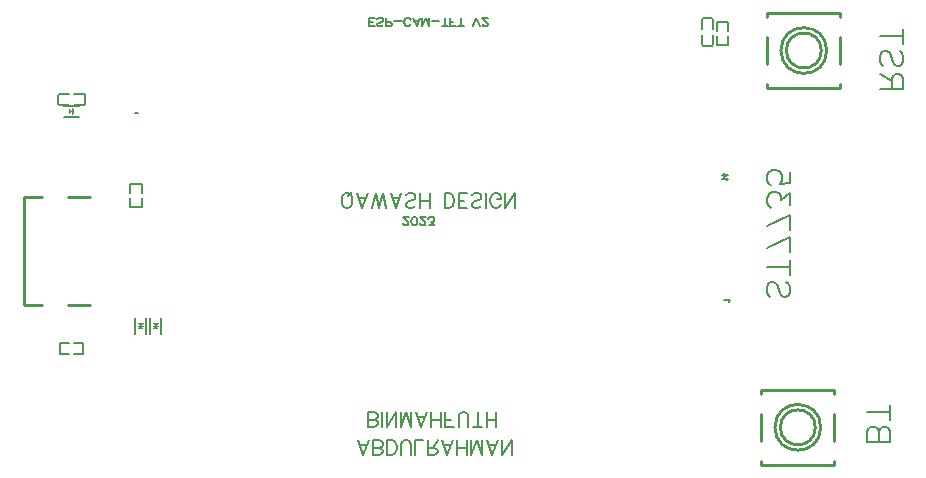
<source format=gbo>
G04 Layer: BottomSilkscreenLayer*
G04 EasyEDA v6.5.23, 2023-05-27 11:47:03*
G04 dba0e08a7a4f4acbaa45d03accf02bcc,0a61cb7f7b51421fbede6d33e3e5ec82,10*
G04 Gerber Generator version 0.2*
G04 Scale: 100 percent, Rotated: No, Reflected: No *
G04 Dimensions in inches *
G04 leading zeros omitted , absolute positions ,3 integer and 6 decimal *
%FSLAX36Y36*%
%MOIN*%

%ADD10C,0.0080*%
%ADD11C,0.0060*%
%ADD12C,0.0100*%
%ADD13C,0.0051*%
%ADD14C,0.0039*%
%ADD15C,0.0110*%

%LPD*%
D10*
X3107727Y1226999D02*
G01*
X3031364Y1226999D01*
X3107727Y1226999D02*
G01*
X3107727Y1259726D01*
X3104090Y1270635D01*
X3100455Y1274272D01*
X3093181Y1277908D01*
X3085909Y1277908D01*
X3078635Y1274272D01*
X3075000Y1270635D01*
X3071364Y1259726D01*
X3071364Y1226999D02*
G01*
X3071364Y1259726D01*
X3067727Y1270635D01*
X3064090Y1274272D01*
X3056818Y1277908D01*
X3045909Y1277908D01*
X3038635Y1274272D01*
X3035000Y1270635D01*
X3031364Y1259726D01*
X3031364Y1226999D01*
X3107727Y1327363D02*
G01*
X3031364Y1327363D01*
X3107727Y1301909D02*
G01*
X3107727Y1352818D01*
X3150726Y2405000D02*
G01*
X3074363Y2405000D01*
X3150726Y2405000D02*
G01*
X3150726Y2437727D01*
X3147091Y2448636D01*
X3143455Y2452273D01*
X3136181Y2455909D01*
X3128909Y2455909D01*
X3121635Y2452273D01*
X3118000Y2448636D01*
X3114363Y2437727D01*
X3114363Y2405000D01*
X3114363Y2430455D02*
G01*
X3074363Y2455909D01*
X3139817Y2530817D02*
G01*
X3147091Y2523544D01*
X3150726Y2512636D01*
X3150726Y2498090D01*
X3147091Y2487181D01*
X3139817Y2479908D01*
X3132545Y2479908D01*
X3125272Y2483544D01*
X3121635Y2487181D01*
X3118000Y2494454D01*
X3110726Y2516273D01*
X3107091Y2523544D01*
X3103455Y2527181D01*
X3096181Y2530817D01*
X3085272Y2530817D01*
X3078000Y2523544D01*
X3074363Y2512636D01*
X3074363Y2498090D01*
X3078000Y2487181D01*
X3085272Y2479908D01*
X3150726Y2580273D02*
G01*
X3074363Y2580273D01*
X3150726Y2554818D02*
G01*
X3150726Y2605727D01*
X1352182Y1185545D02*
G01*
X1333999Y1233272D01*
X1352182Y1185545D02*
G01*
X1370363Y1233272D01*
X1340817Y1217363D02*
G01*
X1363545Y1217363D01*
X1385363Y1185545D02*
G01*
X1385363Y1233272D01*
X1385363Y1185545D02*
G01*
X1405817Y1185545D01*
X1412636Y1187818D01*
X1414908Y1190091D01*
X1417182Y1194636D01*
X1417182Y1199182D01*
X1414908Y1203726D01*
X1412636Y1205999D01*
X1405817Y1208272D01*
X1385363Y1208272D02*
G01*
X1405817Y1208272D01*
X1412636Y1210545D01*
X1414908Y1212818D01*
X1417182Y1217363D01*
X1417182Y1224182D01*
X1414908Y1228726D01*
X1412636Y1230999D01*
X1405817Y1233272D01*
X1385363Y1233272D01*
X1432182Y1185545D02*
G01*
X1432182Y1233272D01*
X1432182Y1185545D02*
G01*
X1448091Y1185545D01*
X1454908Y1187818D01*
X1459454Y1192363D01*
X1461727Y1196909D01*
X1463999Y1203726D01*
X1463999Y1215091D01*
X1461727Y1221909D01*
X1459454Y1226455D01*
X1454908Y1230999D01*
X1448091Y1233272D01*
X1432182Y1233272D01*
X1478999Y1185545D02*
G01*
X1478999Y1219636D01*
X1481273Y1226455D01*
X1485817Y1230999D01*
X1492636Y1233272D01*
X1497182Y1233272D01*
X1503999Y1230999D01*
X1508545Y1226455D01*
X1510817Y1219636D01*
X1510817Y1185545D01*
X1525817Y1185545D02*
G01*
X1525817Y1233272D01*
X1525817Y1233272D02*
G01*
X1553091Y1233272D01*
X1568091Y1185545D02*
G01*
X1568091Y1233272D01*
X1568091Y1185545D02*
G01*
X1588545Y1185545D01*
X1595363Y1187818D01*
X1597636Y1190091D01*
X1599908Y1194636D01*
X1599908Y1199182D01*
X1597636Y1203726D01*
X1595363Y1205999D01*
X1588545Y1208272D01*
X1568091Y1208272D01*
X1583999Y1208272D02*
G01*
X1599908Y1233272D01*
X1633091Y1185545D02*
G01*
X1614908Y1233272D01*
X1633091Y1185545D02*
G01*
X1651273Y1233272D01*
X1621727Y1217363D02*
G01*
X1644454Y1217363D01*
X1666273Y1185545D02*
G01*
X1666273Y1233272D01*
X1698091Y1185545D02*
G01*
X1698091Y1233272D01*
X1666273Y1208272D02*
G01*
X1698091Y1208272D01*
X1713091Y1185545D02*
G01*
X1713091Y1233272D01*
X1713091Y1185545D02*
G01*
X1731273Y1233272D01*
X1749454Y1185545D02*
G01*
X1731273Y1233272D01*
X1749454Y1185545D02*
G01*
X1749454Y1233272D01*
X1782636Y1185545D02*
G01*
X1764454Y1233272D01*
X1782636Y1185545D02*
G01*
X1800817Y1233272D01*
X1771273Y1217363D02*
G01*
X1793999Y1217363D01*
X1815817Y1185545D02*
G01*
X1815817Y1233272D01*
X1815817Y1185545D02*
G01*
X1847636Y1233272D01*
X1847636Y1185545D02*
G01*
X1847636Y1233272D01*
X1368000Y1279544D02*
G01*
X1368000Y1327273D01*
X1368000Y1279544D02*
G01*
X1388455Y1279544D01*
X1395272Y1281817D01*
X1397545Y1284090D01*
X1399817Y1288636D01*
X1399817Y1293182D01*
X1397545Y1297726D01*
X1395272Y1300000D01*
X1388455Y1302273D01*
X1368000Y1302273D02*
G01*
X1388455Y1302273D01*
X1395272Y1304544D01*
X1397545Y1306817D01*
X1399817Y1311363D01*
X1399817Y1318182D01*
X1397545Y1322726D01*
X1395272Y1325000D01*
X1388455Y1327273D01*
X1368000Y1327273D01*
X1414817Y1279544D02*
G01*
X1414817Y1327273D01*
X1429817Y1279544D02*
G01*
X1429817Y1327273D01*
X1429817Y1279544D02*
G01*
X1461635Y1327273D01*
X1461635Y1279544D02*
G01*
X1461635Y1327273D01*
X1476635Y1279544D02*
G01*
X1476635Y1327273D01*
X1476635Y1279544D02*
G01*
X1494817Y1327273D01*
X1513000Y1279544D02*
G01*
X1494817Y1327273D01*
X1513000Y1279544D02*
G01*
X1513000Y1327273D01*
X1546181Y1279544D02*
G01*
X1528000Y1327273D01*
X1546181Y1279544D02*
G01*
X1564363Y1327273D01*
X1534817Y1311363D02*
G01*
X1557545Y1311363D01*
X1579363Y1279544D02*
G01*
X1579363Y1327273D01*
X1611181Y1279544D02*
G01*
X1611181Y1327273D01*
X1579363Y1302273D02*
G01*
X1611181Y1302273D01*
X1626181Y1279544D02*
G01*
X1626181Y1327273D01*
X1626181Y1279544D02*
G01*
X1655726Y1279544D01*
X1626181Y1302273D02*
G01*
X1644363Y1302273D01*
X1670726Y1279544D02*
G01*
X1670726Y1313636D01*
X1673000Y1320455D01*
X1677545Y1325000D01*
X1684363Y1327273D01*
X1688909Y1327273D01*
X1695726Y1325000D01*
X1700272Y1320455D01*
X1702545Y1313636D01*
X1702545Y1279544D01*
X1733455Y1279544D02*
G01*
X1733455Y1327273D01*
X1717545Y1279544D02*
G01*
X1749363Y1279544D01*
X1764363Y1279544D02*
G01*
X1764363Y1327273D01*
X1796181Y1279544D02*
G01*
X1796181Y1327273D01*
X1764363Y1302273D02*
G01*
X1796181Y1302273D01*
X1373000Y2613726D02*
G01*
X1373000Y2642363D01*
X1373000Y2613726D02*
G01*
X1390726Y2613726D01*
X1373000Y2627363D02*
G01*
X1383909Y2627363D01*
X1373000Y2642363D02*
G01*
X1390726Y2642363D01*
X1418818Y2617818D02*
G01*
X1416090Y2615091D01*
X1411999Y2613726D01*
X1406544Y2613726D01*
X1402455Y2615091D01*
X1399727Y2617818D01*
X1399727Y2620545D01*
X1401090Y2623272D01*
X1402455Y2624636D01*
X1405182Y2625999D01*
X1413364Y2628726D01*
X1416090Y2630091D01*
X1417455Y2631455D01*
X1418818Y2634182D01*
X1418818Y2638272D01*
X1416090Y2640999D01*
X1411999Y2642363D01*
X1406544Y2642363D01*
X1402455Y2640999D01*
X1399727Y2638272D01*
X1427817Y2613726D02*
G01*
X1427817Y2642363D01*
X1427817Y2613726D02*
G01*
X1440091Y2613726D01*
X1444182Y2615091D01*
X1445545Y2616455D01*
X1446908Y2619182D01*
X1446908Y2623272D01*
X1445545Y2625999D01*
X1444182Y2627363D01*
X1440091Y2628726D01*
X1427817Y2628726D01*
X1455909Y2630091D02*
G01*
X1480455Y2630091D01*
X1509908Y2620545D02*
G01*
X1508545Y2617818D01*
X1505817Y2615091D01*
X1503091Y2613726D01*
X1497636Y2613726D01*
X1494908Y2615091D01*
X1492182Y2617818D01*
X1490817Y2620545D01*
X1489454Y2624636D01*
X1489454Y2631455D01*
X1490817Y2635545D01*
X1492182Y2638272D01*
X1494908Y2640999D01*
X1497636Y2642363D01*
X1503091Y2642363D01*
X1505817Y2640999D01*
X1508545Y2638272D01*
X1509908Y2635545D01*
X1529817Y2613726D02*
G01*
X1518909Y2642363D01*
X1529817Y2613726D02*
G01*
X1540726Y2642363D01*
X1523000Y2632818D02*
G01*
X1536635Y2632818D01*
X1549727Y2613726D02*
G01*
X1549727Y2642363D01*
X1549727Y2613726D02*
G01*
X1560636Y2642363D01*
X1571544Y2613726D02*
G01*
X1560636Y2642363D01*
X1571544Y2613726D02*
G01*
X1571544Y2642363D01*
X1580545Y2630091D02*
G01*
X1605091Y2630091D01*
X1623635Y2613726D02*
G01*
X1623635Y2642363D01*
X1614090Y2613726D02*
G01*
X1633181Y2613726D01*
X1642182Y2613726D02*
G01*
X1642182Y2642363D01*
X1642182Y2613726D02*
G01*
X1659908Y2613726D01*
X1642182Y2627363D02*
G01*
X1653091Y2627363D01*
X1678455Y2613726D02*
G01*
X1678455Y2642363D01*
X1668909Y2613726D02*
G01*
X1688000Y2613726D01*
X1718000Y2613726D02*
G01*
X1728909Y2642363D01*
X1739817Y2613726D02*
G01*
X1728909Y2642363D01*
X1750182Y2620545D02*
G01*
X1750182Y2619182D01*
X1751544Y2616455D01*
X1752908Y2615091D01*
X1755636Y2613726D01*
X1761090Y2613726D01*
X1763818Y2615091D01*
X1765182Y2616455D01*
X1766544Y2619182D01*
X1766544Y2621909D01*
X1765182Y2624636D01*
X1762455Y2628726D01*
X1748818Y2642363D01*
X1767908Y2642363D01*
X1293635Y2009544D02*
G01*
X1289090Y2011817D01*
X1284544Y2016363D01*
X1282272Y2020909D01*
X1280000Y2027726D01*
X1280000Y2039090D01*
X1282272Y2045909D01*
X1284544Y2050455D01*
X1289090Y2055000D01*
X1293635Y2057273D01*
X1302727Y2057273D01*
X1307272Y2055000D01*
X1311818Y2050455D01*
X1314090Y2045909D01*
X1316364Y2039090D01*
X1316364Y2027726D01*
X1314090Y2020909D01*
X1311818Y2016363D01*
X1307272Y2011817D01*
X1302727Y2009544D01*
X1293635Y2009544D01*
X1300455Y2048182D02*
G01*
X1314090Y2061817D01*
X1349544Y2009544D02*
G01*
X1331364Y2057273D01*
X1349544Y2009544D02*
G01*
X1367727Y2057273D01*
X1338181Y2041363D02*
G01*
X1360909Y2041363D01*
X1382727Y2009544D02*
G01*
X1394090Y2057273D01*
X1405455Y2009544D02*
G01*
X1394090Y2057273D01*
X1405455Y2009544D02*
G01*
X1416818Y2057273D01*
X1428181Y2009544D02*
G01*
X1416818Y2057273D01*
X1461364Y2009544D02*
G01*
X1443181Y2057273D01*
X1461364Y2009544D02*
G01*
X1479544Y2057273D01*
X1450000Y2041363D02*
G01*
X1472727Y2041363D01*
X1526364Y2016363D02*
G01*
X1521818Y2011817D01*
X1515000Y2009544D01*
X1505909Y2009544D01*
X1499090Y2011817D01*
X1494544Y2016363D01*
X1494544Y2020909D01*
X1496818Y2025455D01*
X1499090Y2027726D01*
X1503635Y2030000D01*
X1517272Y2034544D01*
X1521818Y2036817D01*
X1524090Y2039090D01*
X1526364Y2043636D01*
X1526364Y2050455D01*
X1521818Y2055000D01*
X1515000Y2057273D01*
X1505909Y2057273D01*
X1499090Y2055000D01*
X1494544Y2050455D01*
X1541364Y2009544D02*
G01*
X1541364Y2057273D01*
X1573181Y2009544D02*
G01*
X1573181Y2057273D01*
X1541364Y2032273D02*
G01*
X1573181Y2032273D01*
X1623181Y2009544D02*
G01*
X1623181Y2057273D01*
X1623181Y2009544D02*
G01*
X1639090Y2009544D01*
X1645909Y2011817D01*
X1650455Y2016363D01*
X1652727Y2020909D01*
X1655000Y2027726D01*
X1655000Y2039090D01*
X1652727Y2045909D01*
X1650455Y2050455D01*
X1645909Y2055000D01*
X1639090Y2057273D01*
X1623181Y2057273D01*
X1670000Y2009544D02*
G01*
X1670000Y2057273D01*
X1670000Y2009544D02*
G01*
X1699544Y2009544D01*
X1670000Y2032273D02*
G01*
X1688181Y2032273D01*
X1670000Y2057273D02*
G01*
X1699544Y2057273D01*
X1746364Y2016363D02*
G01*
X1741818Y2011817D01*
X1735000Y2009544D01*
X1725909Y2009544D01*
X1719090Y2011817D01*
X1714544Y2016363D01*
X1714544Y2020909D01*
X1716818Y2025455D01*
X1719090Y2027726D01*
X1723635Y2030000D01*
X1737272Y2034544D01*
X1741818Y2036817D01*
X1744090Y2039090D01*
X1746364Y2043636D01*
X1746364Y2050455D01*
X1741818Y2055000D01*
X1735000Y2057273D01*
X1725909Y2057273D01*
X1719090Y2055000D01*
X1714544Y2050455D01*
X1761364Y2009544D02*
G01*
X1761364Y2057273D01*
X1810455Y2020909D02*
G01*
X1808181Y2016363D01*
X1803635Y2011817D01*
X1799090Y2009544D01*
X1790000Y2009544D01*
X1785455Y2011817D01*
X1780909Y2016363D01*
X1778635Y2020909D01*
X1776364Y2027726D01*
X1776364Y2039090D01*
X1778635Y2045909D01*
X1780909Y2050455D01*
X1785455Y2055000D01*
X1790000Y2057273D01*
X1799090Y2057273D01*
X1803635Y2055000D01*
X1808181Y2050455D01*
X1810455Y2045909D01*
X1810455Y2039090D01*
X1799090Y2039090D02*
G01*
X1810455Y2039090D01*
X1825455Y2009544D02*
G01*
X1825455Y2057273D01*
X1825455Y2009544D02*
G01*
X1857272Y2057273D01*
X1857272Y2009544D02*
G01*
X1857272Y2057273D01*
X1486364Y1956545D02*
G01*
X1486364Y1955181D01*
X1487727Y1952455D01*
X1489090Y1951091D01*
X1491818Y1949726D01*
X1497272Y1949726D01*
X1500000Y1951091D01*
X1501364Y1952455D01*
X1502727Y1955181D01*
X1502727Y1957908D01*
X1501364Y1960635D01*
X1498635Y1964726D01*
X1485000Y1978364D01*
X1504090Y1978364D01*
X1521273Y1949726D02*
G01*
X1517182Y1951091D01*
X1514454Y1955181D01*
X1513091Y1961999D01*
X1513091Y1966091D01*
X1514454Y1972908D01*
X1517182Y1976999D01*
X1521273Y1978364D01*
X1523999Y1978364D01*
X1528091Y1976999D01*
X1530817Y1972908D01*
X1532182Y1966091D01*
X1532182Y1961999D01*
X1530817Y1955181D01*
X1528091Y1951091D01*
X1523999Y1949726D01*
X1521273Y1949726D01*
X1542545Y1956545D02*
G01*
X1542545Y1955181D01*
X1543909Y1952455D01*
X1545272Y1951091D01*
X1548000Y1949726D01*
X1553455Y1949726D01*
X1556181Y1951091D01*
X1557545Y1952455D01*
X1558909Y1955181D01*
X1558909Y1957908D01*
X1557545Y1960635D01*
X1554817Y1964726D01*
X1541181Y1978364D01*
X1560272Y1978364D01*
X1571999Y1949726D02*
G01*
X1586999Y1949726D01*
X1578818Y1960635D01*
X1582908Y1960635D01*
X1585636Y1961999D01*
X1586999Y1963364D01*
X1588364Y1967455D01*
X1588364Y1970181D01*
X1586999Y1974272D01*
X1584273Y1976999D01*
X1580182Y1978364D01*
X1576090Y1978364D01*
X1571999Y1976999D01*
X1570636Y1975635D01*
X1569273Y1972908D01*
X2762817Y1760909D02*
G01*
X2770091Y1753636D01*
X2773726Y1742726D01*
X2773726Y1728182D01*
X2770091Y1717273D01*
X2762817Y1710000D01*
X2755545Y1710000D01*
X2748272Y1713636D01*
X2744636Y1717273D01*
X2741000Y1724544D01*
X2733726Y1746363D01*
X2730091Y1753636D01*
X2726454Y1757273D01*
X2719182Y1760909D01*
X2708272Y1760909D01*
X2701000Y1753636D01*
X2697363Y1742726D01*
X2697363Y1728182D01*
X2701000Y1717273D01*
X2708272Y1710000D01*
X2773726Y1810363D02*
G01*
X2697363Y1810363D01*
X2773726Y1784908D02*
G01*
X2773726Y1835817D01*
X2773726Y1910727D02*
G01*
X2697363Y1874364D01*
X2773726Y1859818D02*
G01*
X2773726Y1910727D01*
X2773726Y1985635D02*
G01*
X2697363Y1949272D01*
X2773726Y1934726D02*
G01*
X2773726Y1985635D01*
X2773726Y2016909D02*
G01*
X2773726Y2056909D01*
X2744636Y2035091D01*
X2744636Y2045999D01*
X2741000Y2053272D01*
X2737363Y2056909D01*
X2726454Y2060545D01*
X2719182Y2060545D01*
X2708272Y2056909D01*
X2701000Y2049636D01*
X2697363Y2038726D01*
X2697363Y2027818D01*
X2701000Y2016909D01*
X2704636Y2013272D01*
X2711908Y2009636D01*
X2773726Y2128182D02*
G01*
X2773726Y2091817D01*
X2741000Y2088182D01*
X2744636Y2091817D01*
X2748272Y2102727D01*
X2748272Y2113636D01*
X2744636Y2124544D01*
X2737363Y2131817D01*
X2726454Y2135455D01*
X2719182Y2135455D01*
X2708272Y2131817D01*
X2701000Y2124544D01*
X2697363Y2113636D01*
X2697363Y2102727D01*
X2701000Y2091817D01*
X2704636Y2088182D01*
X2711908Y2084544D01*
X2570545Y1695999D02*
G01*
X2571454Y1697818D01*
X2574182Y1700545D01*
X2555091Y1700545D01*
X2563545Y2100000D02*
G01*
X2564454Y2101817D01*
X2567182Y2104544D01*
X2548091Y2104544D01*
X2567182Y2119636D02*
G01*
X2554454Y2110545D01*
X2554454Y2124182D01*
X2567182Y2119636D02*
G01*
X2548091Y2119636D01*
G36*
X649000Y1624000D02*
G01*
X660000Y1615000D01*
X671000Y1624000D01*
G37*
G36*
X660000Y1615000D02*
G01*
X649000Y1606000D01*
X671000Y1606000D01*
G37*
G36*
X389000Y2341000D02*
G01*
X380000Y2330000D01*
X389000Y2319000D01*
G37*
G36*
X371000Y2341000D02*
G01*
X371000Y2319000D01*
X380000Y2330000D01*
G37*
G36*
X599000Y1624000D02*
G01*
X610000Y1615000D01*
X621000Y1624000D01*
G37*
G36*
X610000Y1615000D02*
G01*
X599000Y1606000D01*
X621000Y1606000D01*
G37*
D11*
X600000Y2325000D02*
G01*
X590000Y2325000D01*
D12*
X2943046Y2407015D02*
G01*
X2943046Y2421538D01*
X2943046Y2644461D02*
G01*
X2943046Y2658984D01*
X2698954Y2658984D02*
G01*
X2943046Y2658984D01*
X2698954Y2407015D02*
G01*
X2943046Y2407015D01*
X2698954Y2407015D02*
G01*
X2698954Y2421538D01*
X2698954Y2486981D02*
G01*
X2698954Y2579018D01*
X2698954Y2644461D02*
G01*
X2698954Y2658984D01*
X2943046Y2486981D02*
G01*
X2943046Y2579018D01*
X2678953Y1402984D02*
G01*
X2678953Y1388461D01*
X2678953Y1165538D02*
G01*
X2678953Y1151015D01*
X2923046Y1151015D02*
G01*
X2678953Y1151015D01*
X2923046Y1402984D02*
G01*
X2678953Y1402984D01*
X2923046Y1402984D02*
G01*
X2923046Y1388461D01*
X2923046Y1323018D02*
G01*
X2923046Y1230981D01*
X2923046Y1165538D02*
G01*
X2923046Y1151015D01*
X2678953Y1323018D02*
G01*
X2678953Y1230981D01*
D11*
X371093Y1559630D02*
G01*
X342824Y1559630D01*
X342824Y1520369D01*
X371093Y1520369D01*
X388906Y1559630D02*
G01*
X417175Y1559630D01*
X417175Y1520369D01*
X388906Y1520369D01*
X2530370Y2581093D02*
G01*
X2530370Y2552824D01*
X2569629Y2552824D01*
X2569629Y2581093D01*
X2530370Y2598906D02*
G01*
X2530370Y2627175D01*
X2569629Y2627175D01*
X2569629Y2598906D01*
D13*
X679684Y1589409D02*
G01*
X679684Y1640590D01*
X640315Y1589409D02*
G01*
X640315Y1640590D01*
D14*
X669000Y1615000D02*
G01*
X650000Y1615000D01*
D11*
X339987Y2350369D02*
G01*
X371093Y2350369D01*
X388906Y2389630D02*
G01*
X420012Y2389630D01*
X420012Y2350369D02*
G01*
X388906Y2350369D01*
X426012Y2383629D02*
G01*
X426012Y2356370D01*
X371093Y2389630D02*
G01*
X339987Y2389630D01*
X333987Y2383629D02*
G01*
X333987Y2356370D01*
X2480370Y2635012D02*
G01*
X2480370Y2603906D01*
X2519629Y2586093D02*
G01*
X2519629Y2554987D01*
X2480370Y2554987D02*
G01*
X2480370Y2586093D01*
X2513630Y2548987D02*
G01*
X2486369Y2548987D01*
X2519629Y2603906D02*
G01*
X2519629Y2635012D01*
X2513630Y2641012D02*
G01*
X2486369Y2641012D01*
D13*
X354409Y2310315D02*
G01*
X405590Y2310315D01*
X354409Y2349684D02*
G01*
X405590Y2349684D01*
D14*
X380000Y2320999D02*
G01*
X380000Y2340000D01*
D13*
X629684Y1589409D02*
G01*
X629684Y1640590D01*
X590315Y1589409D02*
G01*
X590315Y1640590D01*
D14*
X619000Y1615000D02*
G01*
X600000Y1615000D01*
D11*
X575369Y2041093D02*
G01*
X575369Y2012824D01*
X614630Y2012824D01*
X614630Y2041093D01*
X575369Y2058906D02*
G01*
X575369Y2087175D01*
X614630Y2087175D01*
X614630Y2058906D01*
D12*
X367905Y2044998D02*
G01*
X442561Y2044998D01*
X281929Y1684998D02*
G01*
X219996Y1684998D01*
X219996Y2044998D01*
X281929Y2044998D01*
X442561Y1684998D02*
G01*
X367905Y1684998D01*
D11*
G75*
G01*
X420012Y2389630D02*
G02*
X426012Y2383630I0J-6000D01*
G75*
G01*
X426012Y2356370D02*
G02*
X420012Y2350370I-6000J0D01*
G75*
G01*
X339988Y2389630D02*
G03*
X333988Y2383630I0J-6000D01*
G75*
G01*
X333988Y2356370D02*
G03*
X339988Y2350370I6000J0D01*
G75*
G01*
X2519630Y2554988D02*
G02*
X2513630Y2548988I-6000J0D01*
G75*
G01*
X2486370Y2548988D02*
G02*
X2480370Y2554988I0J6000D01*
G75*
G01*
X2519630Y2635012D02*
G03*
X2513630Y2641012I-6000J0D01*
G75*
G01*
X2486370Y2641012D02*
G03*
X2480370Y2635012I0J-6000D01*
D12*
G75*
G01
X2897320Y2533000D02*
G03X2897320Y2533000I-76320J0D01*
G75*
G01
X2879310Y2533000D02*
G03X2879310Y2533000I-58310J0D01*
G75*
G01
X2877320Y1277000D02*
G03X2877320Y1277000I-76320J0D01*
G75*
G01
X2859310Y1277000D02*
G03X2859310Y1277000I-58310J0D01*
M02*

</source>
